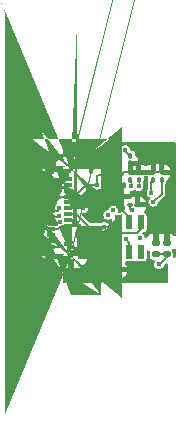
<source format=gbl>
G04 #@! TF.GenerationSoftware,KiCad,Pcbnew,8.0.9-8.0.9-0~ubuntu22.04.1*
G04 #@! TF.CreationDate,2025-06-17T20:00:39-06:00*
G04 #@! TF.ProjectId,dongle,646f6e67-6c65-42e6-9b69-6361645f7063,rev?*
G04 #@! TF.SameCoordinates,Original*
G04 #@! TF.FileFunction,Copper,L4,Bot*
G04 #@! TF.FilePolarity,Positive*
%FSLAX46Y46*%
G04 Gerber Fmt 4.6, Leading zero omitted, Abs format (unit mm)*
G04 Created by KiCad (PCBNEW 8.0.9-8.0.9-0~ubuntu22.04.1) date 2025-06-17 20:00:39*
%MOMM*%
%LPD*%
G01*
G04 APERTURE LIST*
G04 Aperture macros list*
%AMRoundRect*
0 Rectangle with rounded corners*
0 $1 Rounding radius*
0 $2 $3 $4 $5 $6 $7 $8 $9 X,Y pos of 4 corners*
0 Add a 4 corners polygon primitive as box body*
4,1,4,$2,$3,$4,$5,$6,$7,$8,$9,$2,$3,0*
0 Add four circle primitives for the rounded corners*
1,1,$1+$1,$2,$3*
1,1,$1+$1,$4,$5*
1,1,$1+$1,$6,$7*
1,1,$1+$1,$8,$9*
0 Add four rect primitives between the rounded corners*
20,1,$1+$1,$2,$3,$4,$5,0*
20,1,$1+$1,$4,$5,$6,$7,0*
20,1,$1+$1,$6,$7,$8,$9,0*
20,1,$1+$1,$8,$9,$2,$3,0*%
%AMFreePoly0*
4,1,229,0.026192,0.903996,0.026383,0.903985,0.052383,0.901985,0.052573,0.901967,0.078573,0.898967,0.078944,0.898910,0.104944,0.893910,0.105167,0.893862,0.130167,0.887862,0.130300,0.887828,0.156300,0.880828,0.156756,0.880682,0.180756,0.871682,0.180923,0.871615,0.204923,0.861615,0.205083,0.861545,0.229083,0.850545,0.229460,0.850353,0.252460,0.837353,0.252684,0.837218,
0.296684,0.809218,0.297030,0.808977,0.318030,0.792977,0.318238,0.792810,0.338238,0.775810,0.338439,0.775630,0.357439,0.757630,0.357630,0.757439,0.375630,0.738439,0.375810,0.738238,0.392810,0.718238,0.392977,0.718030,0.408977,0.697030,0.409218,0.696684,0.437218,0.652684,0.437353,0.652460,0.450353,0.629460,0.450545,0.629083,0.461545,0.605083,0.461615,0.604923,
0.471615,0.580923,0.471682,0.580756,0.480682,0.556756,0.480828,0.556300,0.487828,0.530300,0.487862,0.530167,0.493862,0.505167,0.493910,0.504944,0.498910,0.478944,0.498967,0.478573,0.501967,0.452573,0.501985,0.452383,0.503985,0.426383,0.503996,0.426192,0.504996,0.400192,0.505000,0.400000,0.505000,-0.400000,0.504996,-0.400192,0.503996,-0.426192,0.503985,-0.426383,
0.501985,-0.452383,0.501967,-0.452573,0.498967,-0.478573,0.498910,-0.478944,0.493910,-0.504944,0.493862,-0.505167,0.487862,-0.530167,0.487828,-0.530300,0.480828,-0.556300,0.480682,-0.556756,0.471682,-0.580756,0.471615,-0.580923,0.461615,-0.604923,0.461545,-0.605083,0.450545,-0.629083,0.450353,-0.629460,0.437353,-0.652460,0.437218,-0.652684,0.409218,-0.696684,0.408977,-0.697030,
0.392977,-0.718030,0.392810,-0.718238,0.375810,-0.738238,0.375630,-0.738439,0.357630,-0.757439,0.357439,-0.757630,0.338439,-0.775630,0.338238,-0.775810,0.318238,-0.792810,0.318030,-0.792977,0.297030,-0.808977,0.296684,-0.809218,0.252684,-0.837218,0.252460,-0.837353,0.229460,-0.850353,0.229083,-0.850545,0.205083,-0.861545,0.204923,-0.861615,0.180923,-0.871615,0.180756,-0.871682,
0.156756,-0.880682,0.156300,-0.880828,0.130300,-0.887828,0.130167,-0.887862,0.105167,-0.893862,0.104944,-0.893910,0.078944,-0.898910,0.078573,-0.898967,0.052573,-0.901967,0.052383,-0.901985,0.026383,-0.903985,0.026192,-0.903996,0.000192,-0.904996,-0.000192,-0.904996,-0.026192,-0.903996,-0.026383,-0.903985,-0.052383,-0.901985,-0.052573,-0.901967,-0.078573,-0.898967,-0.078944,-0.898910,
-0.104944,-0.893910,-0.105167,-0.893862,-0.130167,-0.887862,-0.130300,-0.887828,-0.156300,-0.880828,-0.156756,-0.880682,-0.180756,-0.871682,-0.180923,-0.871615,-0.204923,-0.861615,-0.205083,-0.861545,-0.229083,-0.850545,-0.229460,-0.850353,-0.252460,-0.837353,-0.252684,-0.837218,-0.296684,-0.809218,-0.297030,-0.808977,-0.318030,-0.792977,-0.318238,-0.792810,-0.338238,-0.775810,-0.338439,-0.775630,
-0.357439,-0.757630,-0.357630,-0.757439,-0.375630,-0.738439,-0.375810,-0.738238,-0.392810,-0.718238,-0.392977,-0.718030,-0.408977,-0.697030,-0.409218,-0.696684,-0.437218,-0.652684,-0.437353,-0.652460,-0.450353,-0.629460,-0.450545,-0.629083,-0.461545,-0.605083,-0.461615,-0.604923,-0.471615,-0.580923,-0.471682,-0.580756,-0.480682,-0.556756,-0.480828,-0.556300,-0.487828,-0.530300,-0.487862,-0.530167,
-0.493862,-0.505167,-0.493910,-0.504944,-0.498910,-0.478944,-0.498967,-0.478573,-0.501967,-0.452573,-0.501985,-0.452383,-0.503985,-0.426383,-0.503996,-0.426192,-0.504996,-0.400192,-0.505000,-0.400000,-0.505000,0.400000,-0.504996,0.400192,-0.503996,0.426192,-0.503985,0.426383,-0.501985,0.452383,-0.501967,0.452573,-0.498967,0.478573,-0.498910,0.478944,-0.493910,0.504944,-0.493862,0.505167,
-0.487862,0.530167,-0.487828,0.530300,-0.480828,0.556300,-0.480682,0.556756,-0.471682,0.580756,-0.471615,0.580923,-0.461615,0.604923,-0.461545,0.605083,-0.450545,0.629083,-0.450353,0.629460,-0.437353,0.652460,-0.437218,0.652684,-0.409218,0.696684,-0.408977,0.697030,-0.392977,0.718030,-0.392810,0.718238,-0.375810,0.738238,-0.375630,0.738439,-0.357630,0.757439,-0.357439,0.757630,
-0.338439,0.775630,-0.338238,0.775810,-0.318238,0.792810,-0.318030,0.792977,-0.297030,0.808977,-0.296684,0.809218,-0.252684,0.837218,-0.252460,0.837353,-0.229460,0.850353,-0.229083,0.850545,-0.205083,0.861545,-0.204923,0.861615,-0.180923,0.871615,-0.180756,0.871682,-0.156756,0.880682,-0.156300,0.880828,-0.130300,0.887828,-0.130167,0.887862,-0.105167,0.893862,-0.104944,0.893910,
-0.078944,0.898910,-0.078573,0.898967,-0.052573,0.901967,-0.052383,0.901985,-0.026383,0.903985,-0.026192,0.903996,-0.000192,0.904996,0.000192,0.904996,0.026192,0.903996,0.026192,0.903996,$1*%
G04 Aperture macros list end*
G04 #@! TA.AperFunction,SMDPad,CuDef*
%ADD10R,0.800000X0.300000*%
G04 #@! TD*
G04 #@! TA.AperFunction,ComponentPad*
%ADD11FreePoly0,90.000000*%
G04 #@! TD*
G04 #@! TA.AperFunction,SMDPad,CuDef*
%ADD12RoundRect,0.100000X-0.130000X-0.100000X0.130000X-0.100000X0.130000X0.100000X-0.130000X0.100000X0*%
G04 #@! TD*
G04 #@! TA.AperFunction,SMDPad,CuDef*
%ADD13RoundRect,0.100000X0.100000X-0.130000X0.100000X0.130000X-0.100000X0.130000X-0.100000X-0.130000X0*%
G04 #@! TD*
G04 #@! TA.AperFunction,SMDPad,CuDef*
%ADD14RoundRect,0.140000X-0.140000X-0.170000X0.140000X-0.170000X0.140000X0.170000X-0.140000X0.170000X0*%
G04 #@! TD*
G04 #@! TA.AperFunction,SMDPad,CuDef*
%ADD15RoundRect,0.100000X0.130000X0.100000X-0.130000X0.100000X-0.130000X-0.100000X0.130000X-0.100000X0*%
G04 #@! TD*
G04 #@! TA.AperFunction,SMDPad,CuDef*
%ADD16RoundRect,0.140000X0.170000X-0.140000X0.170000X0.140000X-0.170000X0.140000X-0.170000X-0.140000X0*%
G04 #@! TD*
G04 #@! TA.AperFunction,SMDPad,CuDef*
%ADD17RoundRect,0.073750X-0.221250X0.531250X-0.221250X-0.531250X0.221250X-0.531250X0.221250X0.531250X0*%
G04 #@! TD*
G04 #@! TA.AperFunction,ViaPad*
%ADD18C,0.400000*%
G04 #@! TD*
G04 #@! TA.AperFunction,Conductor*
%ADD19C,0.200000*%
G04 #@! TD*
G04 #@! TA.AperFunction,Conductor*
%ADD20C,0.120000*%
G04 #@! TD*
G04 #@! TA.AperFunction,Conductor*
%ADD21C,0.150000*%
G04 #@! TD*
G04 APERTURE END LIST*
D10*
X142400000Y-91925000D03*
X142400000Y-92425000D03*
X142400000Y-92925000D03*
X142400000Y-93425000D03*
X142400000Y-93925000D03*
X142400000Y-94425000D03*
X142400000Y-94925000D03*
X142400000Y-95425000D03*
X142400000Y-95925000D03*
X142400000Y-96425000D03*
X142400000Y-96925000D03*
X142400000Y-97425000D03*
X140900000Y-97675000D03*
X140900000Y-97175000D03*
X140900000Y-96675000D03*
X140900000Y-96175000D03*
X140900000Y-95675000D03*
X140900000Y-95175000D03*
X140900000Y-94675000D03*
X140900000Y-94175000D03*
X140900000Y-93675000D03*
X140900000Y-93175000D03*
X140900000Y-92675000D03*
X140900000Y-92175000D03*
D11*
X142600000Y-98500000D03*
X142600000Y-91100000D03*
D12*
X146255002Y-93400003D03*
X146894998Y-93399997D03*
X147605002Y-94125003D03*
X148244998Y-94124997D03*
D13*
X150299998Y-92020000D03*
X150300002Y-91380000D03*
X147649998Y-92020000D03*
X147650002Y-91380000D03*
D14*
X145245001Y-89774999D03*
X146204999Y-89775001D03*
D13*
X148349998Y-92020000D03*
X148350002Y-91380000D03*
D15*
X146670000Y-90900000D03*
X146030000Y-90900000D03*
D16*
X150725000Y-98329999D03*
X150725000Y-97370001D03*
D13*
X149599997Y-92020000D03*
X149600003Y-91380000D03*
D15*
X146620000Y-99625000D03*
X145980000Y-99625000D03*
D13*
X147650000Y-90600000D03*
X147650004Y-89960000D03*
D17*
X146624999Y-95605004D03*
X147575004Y-95605001D03*
X148525000Y-95604996D03*
X148525001Y-98114996D03*
X147574996Y-98114999D03*
X146625000Y-98115004D03*
D12*
X146035004Y-91600006D03*
X146675000Y-91600000D03*
D16*
X149800001Y-98329999D03*
X149799999Y-97370001D03*
D18*
X151300000Y-92100000D03*
X145175000Y-99650000D03*
X148800000Y-89475000D03*
X151325000Y-98025000D03*
X146725000Y-92775000D03*
X149450000Y-100175000D03*
X144100000Y-89475000D03*
X141250000Y-99200000D03*
X146925000Y-94525000D03*
X151125000Y-89800000D03*
X148950000Y-91875000D03*
X151350000Y-96025000D03*
X141175000Y-90750000D03*
X142750000Y-99650000D03*
X151325000Y-94050000D03*
X148125000Y-100175000D03*
X150075000Y-89800000D03*
X146200000Y-94600000D03*
X148475000Y-96975000D03*
X145625000Y-100425000D03*
X147750000Y-94600000D03*
X149600000Y-93875000D03*
X150075000Y-99175000D03*
X145825000Y-97550000D03*
X143650000Y-94400000D03*
X146225000Y-97000000D03*
X141650000Y-95050000D03*
X143600000Y-97750000D03*
X145450000Y-96000000D03*
X141650000Y-94400000D03*
X144825000Y-92425000D03*
X147250000Y-97025000D03*
X143325000Y-95925000D03*
X147225000Y-89475000D03*
X147675000Y-92550000D03*
X149425000Y-93100000D03*
X144325000Y-91250000D03*
X145775000Y-94975000D03*
X148350000Y-92550000D03*
X145990000Y-92409998D03*
X143400000Y-93925000D03*
X141650000Y-92800000D03*
X141675000Y-95550000D03*
D19*
X142400000Y-98300000D02*
X142600000Y-98500000D01*
D20*
X146725000Y-92775000D02*
X146894998Y-92944998D01*
D19*
X147650002Y-90600002D02*
X147650000Y-90600000D01*
X147650002Y-91380000D02*
X147650002Y-90600002D01*
D20*
X146894998Y-92944998D02*
X146894998Y-93399997D01*
D19*
X140900000Y-92175000D02*
X141150000Y-91925000D01*
X146904999Y-91600000D02*
X147124999Y-91380000D01*
X142400000Y-91300000D02*
X142600000Y-91100000D01*
X146675000Y-91600000D02*
X146904999Y-91600000D01*
X148350002Y-91380000D02*
X147650002Y-91380000D01*
X150300002Y-91380000D02*
X149600003Y-91380000D01*
X149600003Y-91380000D02*
X148350002Y-91380000D01*
X146925000Y-94525000D02*
X147575004Y-95175004D01*
X142400000Y-91925000D02*
X142400000Y-91300000D01*
X140900000Y-97675000D02*
X141775000Y-97675000D01*
X142400000Y-97425000D02*
X142400000Y-98300000D01*
X147124999Y-91380000D02*
X147650002Y-91380000D01*
X141775000Y-97675000D02*
X142600000Y-98500000D01*
X147575004Y-95175004D02*
X147575004Y-95605001D01*
X141150000Y-91925000D02*
X142400000Y-91925000D01*
X147750000Y-94600000D02*
X147605002Y-94455002D01*
X150299998Y-93175002D02*
X150299998Y-92020000D01*
X149600000Y-93875000D02*
X150299998Y-93175002D01*
X147605002Y-94455002D02*
X147605002Y-94125003D01*
X150725000Y-98506109D02*
X150725000Y-98329999D01*
X150149173Y-99175000D02*
X150536859Y-98787314D01*
X150075000Y-99175000D02*
X150149173Y-99175000D01*
X150725000Y-98329999D02*
X149800001Y-98329999D01*
X150536859Y-98787314D02*
X150582837Y-98715771D01*
X150708253Y-98520620D02*
X150725000Y-98506109D01*
X150582837Y-98715771D02*
X150708253Y-98520620D01*
X145980000Y-97638579D02*
X145870710Y-97529289D01*
X145980000Y-99625000D02*
X145980000Y-97638579D01*
X146625000Y-97500000D02*
X146625000Y-97400000D01*
X142400000Y-94425000D02*
X143625000Y-94425000D01*
D21*
X141494975Y-95175000D02*
X141672488Y-94997487D01*
D19*
X146625000Y-98115004D02*
X146625000Y-97500000D01*
X146625000Y-97400000D02*
X146275000Y-97050000D01*
D21*
X140900000Y-95175000D02*
X141494975Y-95175000D01*
D19*
X143625000Y-94425000D02*
X143650000Y-94400000D01*
X148525000Y-96209996D02*
X148525000Y-95604996D01*
X145763502Y-96038502D02*
X145488502Y-96038502D01*
D21*
X141650000Y-94400000D02*
X141500000Y-94550000D01*
D19*
X145488502Y-96038502D02*
X145450000Y-96000000D01*
X143050000Y-94925000D02*
X144125000Y-96000000D01*
X145763502Y-96038502D02*
X146235004Y-96510004D01*
X148224992Y-96510004D02*
X148525000Y-96209996D01*
X142400000Y-94925000D02*
X143050000Y-94925000D01*
X144125000Y-96000000D02*
X145450000Y-96000000D01*
D21*
X140900000Y-94675000D02*
X141500000Y-94675000D01*
D19*
X146235004Y-96510004D02*
X148224992Y-96510004D01*
D21*
X141500000Y-94550000D02*
X141500000Y-94675000D01*
D19*
X147574996Y-97349996D02*
X147250000Y-97025000D01*
X141750000Y-93425000D02*
X142400000Y-93425000D01*
X143917893Y-92425000D02*
X144825000Y-92425000D01*
X143325000Y-95925000D02*
X142400000Y-95925000D01*
X141750000Y-95925000D02*
X142400000Y-95925000D01*
X142917893Y-93425000D02*
X143917893Y-92425000D01*
X146035004Y-91600006D02*
X146035004Y-90905004D01*
X140900000Y-93675000D02*
X141500000Y-93675000D01*
X141500000Y-96175000D02*
X141750000Y-95925000D01*
X141500000Y-93675000D02*
X141750000Y-93425000D01*
X146035004Y-91600006D02*
X144936494Y-91600006D01*
X142400000Y-93425000D02*
X142917893Y-93425000D01*
X146035004Y-90905004D02*
X146030000Y-90900000D01*
X144936494Y-91600006D02*
X144825000Y-91711500D01*
X147574996Y-98114999D02*
X147574996Y-97349996D01*
X144825000Y-91711500D02*
X144825000Y-92400000D01*
X140900000Y-96175000D02*
X141500000Y-96175000D01*
X147225000Y-89534996D02*
X147650004Y-89960000D01*
X147225000Y-89475000D02*
X147225000Y-89534996D01*
D20*
X147675000Y-92550000D02*
X147675000Y-92045002D01*
X147675000Y-92045002D02*
X147649998Y-92020000D01*
D19*
X149425000Y-92194997D02*
X149599997Y-92020000D01*
X149425000Y-93100000D02*
X149425000Y-92194997D01*
X145580000Y-90400000D02*
X145175000Y-90400000D01*
X145175000Y-90400000D02*
X144325000Y-91250000D01*
X146670000Y-90240002D02*
X146204999Y-89775001D01*
X146670000Y-90900000D02*
X146670000Y-90240002D01*
X145580000Y-90400000D02*
X146204999Y-89775001D01*
D20*
X148350000Y-92020002D02*
X148349998Y-92020000D01*
X148350000Y-92550000D02*
X148350000Y-92020002D01*
D21*
X146350000Y-92769998D02*
X146350000Y-93305005D01*
X145990000Y-92409998D02*
X146350000Y-92769998D01*
D19*
X146000002Y-92420000D02*
X145990000Y-92409998D01*
D21*
X146350000Y-93305005D02*
X146255002Y-93400003D01*
D19*
X142400000Y-93925000D02*
X143375000Y-93925000D01*
D21*
X141675000Y-95550000D02*
X141594670Y-95550000D01*
X141594670Y-95550000D02*
X141469670Y-95675000D01*
X141469670Y-95675000D02*
X140900000Y-95675000D01*
G04 #@! TA.AperFunction,Conductor*
G36*
X143842952Y-96142940D02*
G01*
X143844216Y-96144187D01*
X143940489Y-96240460D01*
X144009012Y-96280022D01*
X144085438Y-96300500D01*
X145133448Y-96300500D01*
X145200487Y-96320185D01*
X145206329Y-96324179D01*
X145211653Y-96328046D01*
X145211655Y-96328047D01*
X145211658Y-96328050D01*
X145324696Y-96385646D01*
X145324697Y-96385646D01*
X145324699Y-96385647D01*
X145449997Y-96405492D01*
X145450000Y-96405492D01*
X145450003Y-96405492D01*
X145575300Y-96385647D01*
X145575302Y-96385646D01*
X145575304Y-96385646D01*
X145575305Y-96385645D01*
X145584583Y-96382631D01*
X145585679Y-96386006D01*
X145636764Y-96376390D01*
X145701516Y-96402638D01*
X145712124Y-96412095D01*
X145891637Y-96591608D01*
X145925122Y-96652931D01*
X145920138Y-96722623D01*
X145900945Y-96752498D01*
X145902686Y-96753763D01*
X145896952Y-96761655D01*
X145896950Y-96761657D01*
X145896950Y-96761658D01*
X145878255Y-96798347D01*
X145839352Y-96874698D01*
X145839352Y-96874699D01*
X145819508Y-96999996D01*
X145819508Y-97000000D01*
X145822572Y-97019349D01*
X145813615Y-97088643D01*
X145768618Y-97142093D01*
X145719497Y-97161217D01*
X145699698Y-97164352D01*
X145624337Y-97202751D01*
X145586658Y-97221950D01*
X145586657Y-97221951D01*
X145586652Y-97221954D01*
X145496954Y-97311652D01*
X145496951Y-97311657D01*
X145496950Y-97311658D01*
X145489940Y-97325416D01*
X145439352Y-97424698D01*
X145439352Y-97424699D01*
X145419508Y-97549996D01*
X145419508Y-97550003D01*
X145439352Y-97675300D01*
X145439352Y-97675301D01*
X145439354Y-97675304D01*
X145496950Y-97788342D01*
X145496952Y-97788344D01*
X145496954Y-97788347D01*
X145586652Y-97878045D01*
X145586655Y-97878047D01*
X145586658Y-97878050D01*
X145611794Y-97890857D01*
X145662590Y-97938831D01*
X145679500Y-98001342D01*
X145679500Y-99219166D01*
X145659815Y-99286205D01*
X145643182Y-99306846D01*
X145597794Y-99352234D01*
X145552415Y-99455006D01*
X145552415Y-99455008D01*
X145549500Y-99480131D01*
X145549500Y-99769856D01*
X145549502Y-99769882D01*
X145552413Y-99794986D01*
X145552414Y-99794990D01*
X145552415Y-99794991D01*
X145584748Y-99868219D01*
X145593819Y-99937495D01*
X145563995Y-100000680D01*
X145508636Y-100035279D01*
X145508980Y-100036337D01*
X145499698Y-100039352D01*
X145437748Y-100070918D01*
X145386658Y-100096950D01*
X145386657Y-100096951D01*
X145386652Y-100096954D01*
X145296954Y-100186652D01*
X145296951Y-100186657D01*
X145239352Y-100299698D01*
X145239352Y-100299699D01*
X145219508Y-100424996D01*
X145219508Y-100425003D01*
X145239352Y-100550300D01*
X145239352Y-100550301D01*
X145261978Y-100594705D01*
X145274874Y-100663374D01*
X145248598Y-100728114D01*
X145191492Y-100768372D01*
X145151493Y-100775000D01*
X142099000Y-100775000D01*
X142031961Y-100755315D01*
X141986206Y-100702511D01*
X141975000Y-100651000D01*
X141975000Y-99850000D01*
X140573692Y-99850000D01*
X140506653Y-99830315D01*
X140460898Y-99777511D01*
X140449692Y-99726309D01*
X140446507Y-98449309D01*
X140466025Y-98382221D01*
X140518714Y-98336334D01*
X140570507Y-98325000D01*
X140750000Y-98325000D01*
X140750000Y-97799000D01*
X140769685Y-97731961D01*
X140822489Y-97686206D01*
X140874000Y-97675000D01*
X140926000Y-97675000D01*
X140993039Y-97694685D01*
X141038794Y-97747489D01*
X141050000Y-97799000D01*
X141050000Y-98325000D01*
X141065000Y-98325000D01*
X141101319Y-98288681D01*
X141103390Y-98290752D01*
X141137489Y-98261206D01*
X141189000Y-98250000D01*
X142150272Y-98250000D01*
X142058386Y-98288060D01*
X141988060Y-98358386D01*
X141950000Y-98450272D01*
X141950000Y-98549728D01*
X141988060Y-98641614D01*
X142058386Y-98711940D01*
X142150272Y-98750000D01*
X141216422Y-98750000D01*
X141217981Y-98756294D01*
X141218093Y-98756735D01*
X141219686Y-98762806D01*
X141226706Y-98788881D01*
X141233603Y-98812239D01*
X141233889Y-98813129D01*
X141241791Y-98835831D01*
X141250795Y-98859838D01*
X141253798Y-98867650D01*
X141253954Y-98868047D01*
X141257613Y-98877073D01*
X141267586Y-98901008D01*
X141270889Y-98908753D01*
X141271055Y-98909136D01*
X141274826Y-98917568D01*
X141285822Y-98941559D01*
X141295150Y-98960823D01*
X141295533Y-98961574D01*
X141305668Y-98980425D01*
X141318666Y-99003421D01*
X141325325Y-99014849D01*
X141325635Y-99015367D01*
X141332526Y-99026512D01*
X141360507Y-99070481D01*
X141372644Y-99088671D01*
X141373148Y-99089394D01*
X141385346Y-99106102D01*
X141401359Y-99127120D01*
X141409716Y-99137788D01*
X141410067Y-99138224D01*
X141418593Y-99148527D01*
X141435617Y-99168556D01*
X141444106Y-99178287D01*
X141444503Y-99178731D01*
X141454105Y-99189156D01*
X141472139Y-99208193D01*
X141481683Y-99217998D01*
X141482001Y-99218316D01*
X141491806Y-99227860D01*
X141510843Y-99245894D01*
X141521268Y-99255496D01*
X141521712Y-99255893D01*
X141531443Y-99264382D01*
X141551472Y-99281406D01*
X141561775Y-99289932D01*
X141562211Y-99290283D01*
X141572879Y-99298640D01*
X141593897Y-99314653D01*
X141610605Y-99326851D01*
X141611328Y-99327355D01*
X141629518Y-99339492D01*
X141673487Y-99367473D01*
X141684632Y-99374364D01*
X141685150Y-99374674D01*
X141696578Y-99381333D01*
X141719574Y-99394331D01*
X141738425Y-99404466D01*
X141739176Y-99404849D01*
X141758440Y-99414177D01*
X141782431Y-99425173D01*
X141790863Y-99428944D01*
X141791246Y-99429110D01*
X141798991Y-99432413D01*
X141822926Y-99442386D01*
X141831952Y-99446045D01*
X141832349Y-99446201D01*
X141840161Y-99449204D01*
X141864168Y-99458208D01*
X141886870Y-99466110D01*
X141887760Y-99466396D01*
X141911118Y-99473293D01*
X141937193Y-99480313D01*
X141943210Y-99481892D01*
X141943644Y-99482003D01*
X141950817Y-99483781D01*
X141975797Y-99489775D01*
X141987465Y-99492431D01*
X141987804Y-99492504D01*
X141998790Y-99494741D01*
X142024747Y-99499734D01*
X142043405Y-99502959D01*
X142044156Y-99503075D01*
X142062956Y-99505604D01*
X142089017Y-99508611D01*
X142097778Y-99509544D01*
X142098196Y-99509584D01*
X142108462Y-99510481D01*
X142134541Y-99512486D01*
X142144223Y-99513137D01*
X142144665Y-99513162D01*
X142154263Y-99513622D01*
X142180216Y-99514621D01*
X142190368Y-99514908D01*
X142190800Y-99514916D01*
X142200012Y-99515000D01*
X142350000Y-99515000D01*
X142350000Y-98750000D01*
X142850000Y-98750000D01*
X142850000Y-99515000D01*
X142999988Y-99515000D01*
X143009199Y-99514916D01*
X143009631Y-99514908D01*
X143019783Y-99514621D01*
X143045736Y-99513622D01*
X143055334Y-99513162D01*
X143055776Y-99513137D01*
X143065458Y-99512486D01*
X143091537Y-99510481D01*
X143101803Y-99509584D01*
X143102221Y-99509544D01*
X143110982Y-99508611D01*
X143137043Y-99505604D01*
X143155843Y-99503075D01*
X143156594Y-99502959D01*
X143175252Y-99499734D01*
X143201209Y-99494741D01*
X143212195Y-99492504D01*
X143212534Y-99492431D01*
X143224202Y-99489775D01*
X143249182Y-99483781D01*
X143256355Y-99482003D01*
X143256789Y-99481892D01*
X143262806Y-99480313D01*
X143288881Y-99473293D01*
X143312239Y-99466396D01*
X143313129Y-99466110D01*
X143335831Y-99458208D01*
X143359838Y-99449204D01*
X143367650Y-99446201D01*
X143368047Y-99446045D01*
X143377073Y-99442386D01*
X143401008Y-99432413D01*
X143408753Y-99429110D01*
X143409136Y-99428944D01*
X143417568Y-99425173D01*
X143441559Y-99414177D01*
X143460823Y-99404849D01*
X143461574Y-99404466D01*
X143480425Y-99394331D01*
X143503421Y-99381333D01*
X143514849Y-99374674D01*
X143515367Y-99374364D01*
X143526512Y-99367473D01*
X143570481Y-99339492D01*
X143588671Y-99327355D01*
X143589394Y-99326851D01*
X143606102Y-99314653D01*
X143627120Y-99298640D01*
X143637788Y-99290283D01*
X143638224Y-99289932D01*
X143648527Y-99281406D01*
X143668556Y-99264382D01*
X143678287Y-99255893D01*
X143678731Y-99255496D01*
X143689156Y-99245894D01*
X143708193Y-99227860D01*
X143717998Y-99218316D01*
X143718316Y-99217998D01*
X143727860Y-99208193D01*
X143745894Y-99189156D01*
X143755496Y-99178731D01*
X143755893Y-99178287D01*
X143764382Y-99168556D01*
X143781406Y-99148527D01*
X143789932Y-99138224D01*
X143790283Y-99137788D01*
X143798640Y-99127120D01*
X143814653Y-99106102D01*
X143826851Y-99089394D01*
X143827355Y-99088671D01*
X143839492Y-99070481D01*
X143867473Y-99026512D01*
X143874364Y-99015367D01*
X143874674Y-99014849D01*
X143881333Y-99003421D01*
X143894331Y-98980425D01*
X143904466Y-98961574D01*
X143904849Y-98960823D01*
X143914177Y-98941559D01*
X143925173Y-98917568D01*
X143928944Y-98909136D01*
X143929110Y-98908753D01*
X143932413Y-98901008D01*
X143942386Y-98877073D01*
X143946045Y-98868047D01*
X143946201Y-98867650D01*
X143949204Y-98859838D01*
X143958208Y-98835831D01*
X143966110Y-98813129D01*
X143966396Y-98812239D01*
X143973293Y-98788881D01*
X143980313Y-98762806D01*
X143981906Y-98756735D01*
X143982019Y-98756294D01*
X143983578Y-98750000D01*
X143049728Y-98750000D01*
X143141614Y-98711940D01*
X143211940Y-98641614D01*
X143250000Y-98549728D01*
X143250000Y-98450272D01*
X143211940Y-98358386D01*
X143141614Y-98288060D01*
X143049728Y-98250000D01*
X143983578Y-98250000D01*
X143983578Y-98249999D01*
X143982009Y-98243668D01*
X143981906Y-98243264D01*
X143980313Y-98237193D01*
X143973293Y-98211118D01*
X143966396Y-98187760D01*
X143966110Y-98186870D01*
X143958208Y-98164168D01*
X143949204Y-98140161D01*
X143946201Y-98132349D01*
X143946045Y-98131952D01*
X143942386Y-98122926D01*
X143932413Y-98098991D01*
X143929110Y-98091246D01*
X143928953Y-98090885D01*
X143928319Y-98089467D01*
X143918901Y-98020235D01*
X143931015Y-97982522D01*
X143985646Y-97875304D01*
X143985647Y-97875300D01*
X144005492Y-97750003D01*
X144005492Y-97749996D01*
X143985647Y-97624699D01*
X143985647Y-97624698D01*
X143951017Y-97556734D01*
X143928050Y-97511658D01*
X143928046Y-97511654D01*
X143928045Y-97511652D01*
X143838347Y-97421954D01*
X143838344Y-97421952D01*
X143838342Y-97421950D01*
X143725304Y-97364354D01*
X143725303Y-97364353D01*
X143725300Y-97364352D01*
X143600003Y-97344508D01*
X143599997Y-97344508D01*
X143474699Y-97364352D01*
X143465417Y-97367369D01*
X143464476Y-97364473D01*
X143411610Y-97374395D01*
X143346873Y-97348111D01*
X143306623Y-97290999D01*
X143300000Y-97251016D01*
X143300000Y-97227172D01*
X143299999Y-97227155D01*
X143293598Y-97167627D01*
X143293596Y-97167620D01*
X143243354Y-97032913D01*
X143243350Y-97032906D01*
X143157190Y-96917812D01*
X143049048Y-96836856D01*
X143007178Y-96780922D01*
X143002587Y-96761048D01*
X143001689Y-96761227D01*
X142989349Y-96699192D01*
X142989349Y-96650808D01*
X143000500Y-96594750D01*
X143000500Y-96411500D01*
X143020185Y-96344461D01*
X143072989Y-96298706D01*
X143142147Y-96288762D01*
X143180792Y-96301014D01*
X143199696Y-96310646D01*
X143199697Y-96310646D01*
X143199699Y-96310647D01*
X143324997Y-96330492D01*
X143325000Y-96330492D01*
X143325003Y-96330492D01*
X143450300Y-96310647D01*
X143450301Y-96310647D01*
X143450302Y-96310646D01*
X143450304Y-96310646D01*
X143563342Y-96253050D01*
X143653050Y-96163342D01*
X143653051Y-96163339D01*
X143656214Y-96158987D01*
X143711542Y-96116319D01*
X143781155Y-96110337D01*
X143842952Y-96142940D01*
G37*
G04 #@! TD.AperFunction*
G04 #@! TA.AperFunction,Conductor*
G36*
X149225704Y-98011250D02*
G01*
X149232182Y-98017282D01*
X149234615Y-98019715D01*
X149240784Y-98024500D01*
X149239266Y-98026456D01*
X149278631Y-98068612D01*
X149291138Y-98137353D01*
X149290769Y-98140458D01*
X149289501Y-98150094D01*
X149289501Y-98509893D01*
X149289502Y-98509899D01*
X149296029Y-98559486D01*
X149346777Y-98668315D01*
X149431685Y-98753223D01*
X149540514Y-98803971D01*
X149590100Y-98810499D01*
X149608879Y-98810498D01*
X149675916Y-98830180D01*
X149721673Y-98882982D01*
X149731620Y-98952140D01*
X149719366Y-98990792D01*
X149689354Y-99049695D01*
X149689352Y-99049699D01*
X149669508Y-99174996D01*
X149669508Y-99175003D01*
X149689352Y-99300300D01*
X149689352Y-99300301D01*
X149689354Y-99300304D01*
X149746950Y-99413342D01*
X149746952Y-99413344D01*
X149746954Y-99413347D01*
X149836652Y-99503045D01*
X149836654Y-99503046D01*
X149836658Y-99503050D01*
X149949696Y-99560646D01*
X149949697Y-99560646D01*
X149949699Y-99560647D01*
X150074997Y-99580492D01*
X150075000Y-99580492D01*
X150075003Y-99580492D01*
X150200300Y-99560647D01*
X150200301Y-99560647D01*
X150200302Y-99560646D01*
X150200304Y-99560646D01*
X150313342Y-99503050D01*
X150403050Y-99413342D01*
X150460646Y-99300304D01*
X150460646Y-99300300D01*
X150463995Y-99293729D01*
X150486796Y-99262346D01*
X150663319Y-99085824D01*
X150724642Y-99052339D01*
X150794334Y-99057323D01*
X150850267Y-99099195D01*
X150874684Y-99164659D01*
X150875000Y-99173505D01*
X150875000Y-100651000D01*
X150855315Y-100718039D01*
X150802511Y-100763794D01*
X150751000Y-100775000D01*
X146098507Y-100775000D01*
X146031468Y-100755315D01*
X145985713Y-100702511D01*
X145975769Y-100633353D01*
X145988022Y-100594705D01*
X146010646Y-100550304D01*
X146010646Y-100550302D01*
X146010647Y-100550301D01*
X146010647Y-100550300D01*
X146030492Y-100425003D01*
X146030492Y-100424998D01*
X146024296Y-100385879D01*
X146033250Y-100316586D01*
X146078246Y-100263134D01*
X146144998Y-100242494D01*
X146194221Y-100251920D01*
X146333365Y-100309554D01*
X146333369Y-100309555D01*
X146420000Y-100320961D01*
X146420000Y-100320959D01*
X146820000Y-100320959D01*
X146820001Y-100320960D01*
X146906627Y-100309557D01*
X146906633Y-100309555D01*
X147052585Y-100249100D01*
X147177924Y-100152924D01*
X147274100Y-100027586D01*
X147334555Y-99881631D01*
X147342012Y-99825000D01*
X146820000Y-99825000D01*
X146820000Y-100320959D01*
X146420000Y-100320959D01*
X146420000Y-99749000D01*
X146439685Y-99681961D01*
X146492489Y-99636206D01*
X146544000Y-99625000D01*
X146620000Y-99625000D01*
X146620000Y-99549000D01*
X146639685Y-99481961D01*
X146692489Y-99436206D01*
X146744000Y-99425000D01*
X147342010Y-99425000D01*
X147342011Y-99424998D01*
X147334557Y-99368372D01*
X147334555Y-99368366D01*
X147274100Y-99222412D01*
X147274098Y-99222409D01*
X147191787Y-99115141D01*
X147166592Y-99049972D01*
X147180630Y-98981527D01*
X147229444Y-98931537D01*
X147297535Y-98915873D01*
X147314353Y-98918037D01*
X147326729Y-98920498D01*
X147326732Y-98920499D01*
X147326734Y-98920499D01*
X147823260Y-98920499D01*
X147823261Y-98920498D01*
X147903253Y-98904587D01*
X147981110Y-98852563D01*
X148047787Y-98831686D01*
X148115168Y-98850170D01*
X148118871Y-98852550D01*
X148164415Y-98882982D01*
X148196744Y-98904584D01*
X148196748Y-98904585D01*
X148276734Y-98920495D01*
X148276737Y-98920496D01*
X148276739Y-98920496D01*
X148773265Y-98920496D01*
X148773266Y-98920495D01*
X148853258Y-98904584D01*
X148943974Y-98843969D01*
X149004589Y-98753253D01*
X149020501Y-98673258D01*
X149020501Y-98104963D01*
X149040186Y-98037924D01*
X149092990Y-97992169D01*
X149162148Y-97982225D01*
X149225704Y-98011250D01*
G37*
G04 #@! TD.AperFunction*
G04 #@! TA.AperFunction,Conductor*
G36*
X151444334Y-97968279D02*
G01*
X151500267Y-98010151D01*
X151524684Y-98075615D01*
X151525000Y-98084461D01*
X151525000Y-98482923D01*
X151505315Y-98549962D01*
X151468858Y-98586708D01*
X151427357Y-98613843D01*
X151360475Y-98634054D01*
X151293283Y-98614898D01*
X151247114Y-98562456D01*
X151235499Y-98510058D01*
X151235499Y-98509907D01*
X151235500Y-98509900D01*
X151235499Y-98150099D01*
X151234231Y-98140469D01*
X151244993Y-98071436D01*
X151285349Y-98025962D01*
X151284215Y-98024500D01*
X151290383Y-98019715D01*
X151313319Y-97996780D01*
X151374642Y-97963295D01*
X151444334Y-97968279D01*
G37*
G04 #@! TD.AperFunction*
G04 #@! TA.AperFunction,Conductor*
G36*
X151401325Y-88824676D02*
G01*
X151468312Y-88844536D01*
X151513929Y-88897460D01*
X151525000Y-88948676D01*
X151525000Y-96655541D01*
X151505315Y-96722580D01*
X151452511Y-96768335D01*
X151383353Y-96778279D01*
X151319797Y-96749254D01*
X151313319Y-96743222D01*
X151290383Y-96720286D01*
X151290374Y-96720279D01*
X151151195Y-96637969D01*
X151151190Y-96637967D01*
X150995918Y-96592856D01*
X150995912Y-96592855D01*
X150975000Y-96591210D01*
X150975000Y-97246001D01*
X150955315Y-97313040D01*
X150902511Y-97358795D01*
X150851000Y-97370001D01*
X150599000Y-97370001D01*
X150531961Y-97350316D01*
X150486206Y-97297512D01*
X150475000Y-97246001D01*
X150475000Y-96591211D01*
X150474999Y-96591210D01*
X150454087Y-96592855D01*
X150297093Y-96638466D01*
X150227905Y-96638466D01*
X150070911Y-96592855D01*
X150049999Y-96591210D01*
X150049999Y-97246001D01*
X150030314Y-97313040D01*
X149977510Y-97358795D01*
X149925999Y-97370001D01*
X149673999Y-97370001D01*
X149606960Y-97350316D01*
X149561205Y-97297512D01*
X149549999Y-97246001D01*
X149549999Y-96591211D01*
X149549998Y-96591210D01*
X149529086Y-96592855D01*
X149529080Y-96592856D01*
X149373808Y-96637967D01*
X149373803Y-96637969D01*
X149234624Y-96720279D01*
X149234615Y-96720286D01*
X149120284Y-96834617D01*
X149120280Y-96834623D01*
X149088934Y-96887626D01*
X149037864Y-96935309D01*
X148969122Y-96947812D01*
X148904533Y-96921166D01*
X148864603Y-96863830D01*
X148862667Y-96855916D01*
X148860647Y-96849698D01*
X148858125Y-96844748D01*
X148803050Y-96736658D01*
X148803046Y-96736654D01*
X148803045Y-96736652D01*
X148706442Y-96640049D01*
X148707689Y-96638801D01*
X148672110Y-96592669D01*
X148666125Y-96523056D01*
X148698725Y-96461258D01*
X148699854Y-96460112D01*
X148716967Y-96442999D01*
X148778283Y-96409517D01*
X148780328Y-96409090D01*
X148853257Y-96394584D01*
X148943973Y-96333969D01*
X149004588Y-96243253D01*
X149020500Y-96163258D01*
X149020500Y-95046734D01*
X149020500Y-95046731D01*
X149020499Y-95046729D01*
X149004589Y-94966743D01*
X149004588Y-94966742D01*
X149004588Y-94966739D01*
X148950745Y-94886158D01*
X148943972Y-94876021D01*
X148847642Y-94811656D01*
X148802836Y-94758044D01*
X148794129Y-94688719D01*
X148818157Y-94633067D01*
X148899096Y-94527586D01*
X148899097Y-94527584D01*
X148959553Y-94381628D01*
X148967010Y-94324997D01*
X148368998Y-94324997D01*
X148301959Y-94305312D01*
X148256204Y-94252508D01*
X148244998Y-94200997D01*
X148244998Y-94124997D01*
X148168998Y-94124997D01*
X148101959Y-94105312D01*
X148056204Y-94052508D01*
X148044998Y-94000997D01*
X148044998Y-93924997D01*
X148444998Y-93924997D01*
X148967008Y-93924997D01*
X148982547Y-93907278D01*
X148981721Y-93906730D01*
X148962023Y-93874326D01*
X148899098Y-93722410D01*
X148802922Y-93597072D01*
X148677584Y-93500896D01*
X148531629Y-93440441D01*
X148444998Y-93429035D01*
X148444998Y-93924997D01*
X148044998Y-93924997D01*
X148044998Y-93429035D01*
X147958367Y-93440441D01*
X147958363Y-93440442D01*
X147812411Y-93500896D01*
X147734513Y-93560670D01*
X147714647Y-93582263D01*
X147650744Y-93599997D01*
X147094998Y-93599997D01*
X147094998Y-94095956D01*
X147132261Y-94128636D01*
X147169685Y-94187638D01*
X147174502Y-94221862D01*
X147174502Y-94269859D01*
X147174504Y-94269884D01*
X147177415Y-94294990D01*
X147177417Y-94294994D01*
X147212303Y-94374004D01*
X147221374Y-94443280D01*
X147191550Y-94506465D01*
X147146321Y-94538649D01*
X147064405Y-94572580D01*
X146944551Y-94664548D01*
X146878221Y-94750991D01*
X146821793Y-94792193D01*
X146779845Y-94799504D01*
X146719079Y-94799504D01*
X146652040Y-94779819D01*
X146606285Y-94727015D01*
X146596341Y-94657857D01*
X146596606Y-94656106D01*
X146605492Y-94600002D01*
X146605492Y-94599996D01*
X146585647Y-94474699D01*
X146585647Y-94474698D01*
X146571416Y-94446769D01*
X146528050Y-94361658D01*
X146528046Y-94361654D01*
X146528045Y-94361652D01*
X146439013Y-94272620D01*
X146405528Y-94211297D01*
X146406640Y-94195746D01*
X146372581Y-94213821D01*
X146328270Y-94214823D01*
X146200003Y-94194508D01*
X146199997Y-94194508D01*
X146074699Y-94214352D01*
X146074698Y-94214352D01*
X145999815Y-94252508D01*
X145961658Y-94271950D01*
X145961657Y-94271951D01*
X145961652Y-94271954D01*
X145871954Y-94361652D01*
X145871951Y-94361657D01*
X145871950Y-94361658D01*
X145843152Y-94418177D01*
X145814353Y-94474697D01*
X145814056Y-94476575D01*
X145813061Y-94478671D01*
X145811337Y-94483980D01*
X145810650Y-94483757D01*
X145784124Y-94539708D01*
X145724812Y-94576638D01*
X145710982Y-94579646D01*
X145649698Y-94589352D01*
X145574337Y-94627751D01*
X145536658Y-94646950D01*
X145536657Y-94646951D01*
X145536652Y-94646954D01*
X145446954Y-94736652D01*
X145446951Y-94736657D01*
X145389352Y-94849698D01*
X145389352Y-94849699D01*
X145369508Y-94974996D01*
X145369508Y-94975003D01*
X145389352Y-95100300D01*
X145389352Y-95100301D01*
X145389354Y-95100304D01*
X145446950Y-95213342D01*
X145446952Y-95213344D01*
X145446954Y-95213347D01*
X145536652Y-95303045D01*
X145536654Y-95303046D01*
X145536658Y-95303050D01*
X145649696Y-95360646D01*
X145649697Y-95360646D01*
X145649699Y-95360647D01*
X145774997Y-95380492D01*
X145775000Y-95380492D01*
X145775003Y-95380492D01*
X145900300Y-95360647D01*
X145900302Y-95360646D01*
X145900304Y-95360646D01*
X145949204Y-95335729D01*
X146017872Y-95322833D01*
X146082613Y-95349108D01*
X146122870Y-95406214D01*
X146129499Y-95446214D01*
X146129499Y-95688048D01*
X146109814Y-95755087D01*
X146057010Y-95800842D01*
X145987852Y-95810786D01*
X145943503Y-95795437D01*
X145922928Y-95783559D01*
X145922926Y-95783558D01*
X145922924Y-95783557D01*
X145901207Y-95771019D01*
X145879492Y-95758481D01*
X145803061Y-95738001D01*
X145795005Y-95736941D01*
X145795270Y-95734923D01*
X145738717Y-95718317D01*
X145718074Y-95701682D01*
X145688346Y-95671953D01*
X145688344Y-95671952D01*
X145688342Y-95671950D01*
X145575304Y-95614354D01*
X145575303Y-95614353D01*
X145575300Y-95614352D01*
X145450003Y-95594508D01*
X145449997Y-95594508D01*
X145324699Y-95614352D01*
X145324698Y-95614352D01*
X145247330Y-95653773D01*
X145211658Y-95671950D01*
X145211657Y-95671950D01*
X145211653Y-95671953D01*
X145206329Y-95675821D01*
X145140522Y-95699298D01*
X145133448Y-95699500D01*
X144300833Y-95699500D01*
X144233794Y-95679815D01*
X144213152Y-95663181D01*
X143567144Y-95017173D01*
X143533659Y-94955850D01*
X143538643Y-94886158D01*
X143580515Y-94830225D01*
X143640494Y-94807853D01*
X143640362Y-94807019D01*
X143644481Y-94806366D01*
X143645979Y-94805808D01*
X143648599Y-94805714D01*
X143775300Y-94785647D01*
X143775301Y-94785647D01*
X143775302Y-94785646D01*
X143775304Y-94785646D01*
X143888342Y-94728050D01*
X143978050Y-94638342D01*
X144035646Y-94525304D01*
X144035646Y-94525302D01*
X144035647Y-94525301D01*
X144035647Y-94525300D01*
X144055492Y-94400003D01*
X144055492Y-94399996D01*
X144035647Y-94274699D01*
X144035647Y-94274698D01*
X144033181Y-94269859D01*
X143978050Y-94161658D01*
X143978046Y-94161654D01*
X143978045Y-94161652D01*
X143888343Y-94071950D01*
X143870414Y-94062815D01*
X143819617Y-94014841D01*
X143802822Y-93947020D01*
X143804234Y-93932938D01*
X143805492Y-93925000D01*
X143805492Y-93924997D01*
X143805492Y-93924996D01*
X143785647Y-93799699D01*
X143785647Y-93799698D01*
X143771940Y-93772797D01*
X143728050Y-93686658D01*
X143728046Y-93686654D01*
X143728045Y-93686652D01*
X143638347Y-93596954D01*
X143638344Y-93596952D01*
X143638342Y-93596950D01*
X143540212Y-93546950D01*
X143525301Y-93539352D01*
X143509455Y-93536843D01*
X143446320Y-93506913D01*
X143409390Y-93447601D01*
X143410388Y-93377739D01*
X143441171Y-93326692D01*
X144006045Y-92761819D01*
X144067368Y-92728334D01*
X144093726Y-92725500D01*
X144508448Y-92725500D01*
X144575487Y-92745185D01*
X144581329Y-92749179D01*
X144586653Y-92753046D01*
X144586655Y-92753047D01*
X144586658Y-92753050D01*
X144699696Y-92810646D01*
X144699697Y-92810646D01*
X144699699Y-92810647D01*
X144824997Y-92830492D01*
X144825000Y-92830492D01*
X144825003Y-92830492D01*
X144950300Y-92810647D01*
X144950301Y-92810647D01*
X144950302Y-92810646D01*
X144950304Y-92810646D01*
X145063342Y-92753050D01*
X145153050Y-92663342D01*
X145210646Y-92550304D01*
X145210646Y-92550302D01*
X145210647Y-92550301D01*
X145210647Y-92550300D01*
X145230492Y-92425003D01*
X145230492Y-92424996D01*
X145210647Y-92299699D01*
X145210647Y-92299698D01*
X145204849Y-92288319D01*
X145153050Y-92186658D01*
X145153047Y-92186655D01*
X145153046Y-92186653D01*
X145149179Y-92181329D01*
X145125702Y-92115522D01*
X145125500Y-92108448D01*
X145125500Y-92024506D01*
X145145185Y-91957467D01*
X145197989Y-91911712D01*
X145249500Y-91900506D01*
X145629171Y-91900506D01*
X145696210Y-91920191D01*
X145716852Y-91936825D01*
X145719135Y-91939108D01*
X145752620Y-92000431D01*
X145747636Y-92070123D01*
X145719135Y-92114470D01*
X145661954Y-92171650D01*
X145661951Y-92171655D01*
X145661950Y-92171656D01*
X145650123Y-92194868D01*
X145604352Y-92284696D01*
X145604352Y-92284697D01*
X145584508Y-92409994D01*
X145584508Y-92410001D01*
X145604352Y-92535298D01*
X145604352Y-92535299D01*
X145611996Y-92550300D01*
X145661950Y-92648340D01*
X145661952Y-92648342D01*
X145661954Y-92648345D01*
X145751652Y-92738043D01*
X145751654Y-92738044D01*
X145751658Y-92738048D01*
X145864696Y-92795644D01*
X145933619Y-92806560D01*
X145996752Y-92836488D01*
X146033684Y-92895799D01*
X146032687Y-92965662D01*
X145994077Y-93023895D01*
X145964310Y-93042466D01*
X145952236Y-93047797D01*
X145872796Y-93127237D01*
X145827417Y-93230009D01*
X145827417Y-93230011D01*
X145824502Y-93255134D01*
X145824502Y-93544859D01*
X145824504Y-93544885D01*
X145827415Y-93569990D01*
X145827417Y-93569994D01*
X145872795Y-93672767D01*
X145872796Y-93672768D01*
X145952237Y-93752209D01*
X146055011Y-93797588D01*
X146080137Y-93800503D01*
X146178151Y-93800502D01*
X146245188Y-93820186D01*
X146276525Y-93849015D01*
X146337072Y-93927921D01*
X146337073Y-93927922D01*
X146423154Y-93993975D01*
X146464356Y-94050403D01*
X146466151Y-94080537D01*
X146517848Y-94061255D01*
X146574147Y-94070378D01*
X146608367Y-94084552D01*
X146694998Y-94095958D01*
X146694998Y-92704036D01*
X146685406Y-92695624D01*
X146650005Y-92690103D01*
X146597750Y-92643721D01*
X146588297Y-92625384D01*
X146583557Y-92613940D01*
X146506058Y-92536441D01*
X146457042Y-92487425D01*
X146423557Y-92426102D01*
X146428541Y-92356410D01*
X146462965Y-92306515D01*
X146475000Y-92295960D01*
X146475000Y-91724000D01*
X146494685Y-91656961D01*
X146547489Y-91611206D01*
X146599000Y-91600000D01*
X146751000Y-91600000D01*
X146818039Y-91619685D01*
X146863794Y-91672489D01*
X146875000Y-91724000D01*
X146875000Y-92295959D01*
X146875001Y-92295960D01*
X146961627Y-92284557D01*
X146961633Y-92284555D01*
X147115098Y-92220989D01*
X147115934Y-92223008D01*
X147172692Y-92209234D01*
X147238721Y-92232080D01*
X147280237Y-92283007D01*
X147294191Y-92314609D01*
X147303263Y-92383887D01*
X147291244Y-92420986D01*
X147289353Y-92424697D01*
X147289352Y-92424698D01*
X147269508Y-92549996D01*
X147269508Y-92549997D01*
X147269508Y-92550000D01*
X147272164Y-92566768D01*
X147263208Y-92636062D01*
X147218211Y-92689513D01*
X147151459Y-92710152D01*
X147133505Y-92709104D01*
X147094998Y-92704034D01*
X147094998Y-93199997D01*
X147617008Y-93199997D01*
X147617009Y-93199995D01*
X147609555Y-93143369D01*
X147609554Y-93143366D01*
X147600748Y-93122106D01*
X147593279Y-93052637D01*
X147624554Y-92990157D01*
X147684643Y-92954505D01*
X147695893Y-92952182D01*
X147800304Y-92935646D01*
X147913342Y-92878050D01*
X147924818Y-92866573D01*
X147986139Y-92833089D01*
X148055830Y-92838071D01*
X148100181Y-92866573D01*
X148111658Y-92878050D01*
X148224696Y-92935646D01*
X148224697Y-92935646D01*
X148224699Y-92935647D01*
X148349997Y-92955492D01*
X148350000Y-92955492D01*
X148350003Y-92955492D01*
X148475300Y-92935647D01*
X148475301Y-92935647D01*
X148475302Y-92935646D01*
X148475304Y-92935646D01*
X148588342Y-92878050D01*
X148678050Y-92788342D01*
X148735646Y-92675304D01*
X148735646Y-92675302D01*
X148735647Y-92675301D01*
X148735647Y-92675300D01*
X148755492Y-92550003D01*
X148755492Y-92549996D01*
X148735647Y-92424700D01*
X148735646Y-92424698D01*
X148735646Y-92424696D01*
X148720361Y-92394698D01*
X148707466Y-92326031D01*
X148717413Y-92288319D01*
X148719013Y-92284697D01*
X148747583Y-92219991D01*
X148750498Y-92194865D01*
X148750497Y-92096853D01*
X148770181Y-92029817D01*
X148799011Y-91998479D01*
X148877928Y-91937923D01*
X148883674Y-91932178D01*
X148885002Y-91933506D01*
X148933041Y-91898421D01*
X149002786Y-91894258D01*
X149063710Y-91928463D01*
X149070822Y-91936669D01*
X149072076Y-91937923D01*
X149098169Y-91957945D01*
X149139372Y-92014373D01*
X149143527Y-92084119D01*
X149142458Y-92088414D01*
X149124500Y-92155434D01*
X149124500Y-92783448D01*
X149104815Y-92850487D01*
X149100821Y-92856329D01*
X149096953Y-92861653D01*
X149096950Y-92861657D01*
X149096950Y-92861658D01*
X149088598Y-92878050D01*
X149039352Y-92974698D01*
X149039352Y-92974699D01*
X149019508Y-93099996D01*
X149019508Y-93100003D01*
X149039352Y-93225300D01*
X149039352Y-93225301D01*
X149051697Y-93249529D01*
X149096950Y-93338342D01*
X149096952Y-93338344D01*
X149096954Y-93338347D01*
X149186652Y-93428045D01*
X149186656Y-93428048D01*
X149186658Y-93428050D01*
X149230161Y-93450216D01*
X149280955Y-93498188D01*
X149297750Y-93566009D01*
X149275213Y-93632144D01*
X149274188Y-93633576D01*
X149271954Y-93636651D01*
X149214352Y-93749698D01*
X149199057Y-93846272D01*
X149175876Y-93895171D01*
X149179497Y-93897529D01*
X149207776Y-93958776D01*
X149214352Y-94000300D01*
X149214352Y-94000301D01*
X149214354Y-94000304D01*
X149271950Y-94113342D01*
X149271952Y-94113344D01*
X149271954Y-94113347D01*
X149361652Y-94203045D01*
X149361654Y-94203046D01*
X149361658Y-94203050D01*
X149474696Y-94260646D01*
X149474697Y-94260646D01*
X149474699Y-94260647D01*
X149599997Y-94280492D01*
X149600000Y-94280492D01*
X149600003Y-94280492D01*
X149725300Y-94260647D01*
X149725301Y-94260647D01*
X149725302Y-94260646D01*
X149725304Y-94260646D01*
X149838342Y-94203050D01*
X149928050Y-94113342D01*
X149985646Y-94000304D01*
X149995523Y-93937936D01*
X150025450Y-93874804D01*
X150030297Y-93869673D01*
X150540458Y-93359513D01*
X150580020Y-93290990D01*
X150600498Y-93214564D01*
X150600498Y-93135440D01*
X150600498Y-92425833D01*
X150620183Y-92358794D01*
X150636817Y-92338152D01*
X150639953Y-92335016D01*
X150652204Y-92322765D01*
X150697583Y-92219991D01*
X150700498Y-92194865D01*
X150700497Y-92096853D01*
X150720181Y-92029817D01*
X150749011Y-91998479D01*
X150827925Y-91937926D01*
X150924102Y-91812586D01*
X150984556Y-91666634D01*
X150984557Y-91666630D01*
X150995963Y-91580000D01*
X150424002Y-91580000D01*
X150356963Y-91560315D01*
X150311208Y-91507511D01*
X150300002Y-91456000D01*
X150300002Y-91380000D01*
X150224002Y-91380000D01*
X150156963Y-91360315D01*
X150111208Y-91307511D01*
X150100002Y-91256000D01*
X150100002Y-91180000D01*
X150500002Y-91180000D01*
X150995961Y-91180000D01*
X150995962Y-91179998D01*
X150984559Y-91093372D01*
X150984557Y-91093366D01*
X150924102Y-90947414D01*
X150827926Y-90822075D01*
X150702588Y-90725899D01*
X150556633Y-90665444D01*
X150500002Y-90657987D01*
X150500002Y-91180000D01*
X150100002Y-91180000D01*
X150100002Y-90657988D01*
X150043367Y-90665444D01*
X150043365Y-90665445D01*
X149997451Y-90684462D01*
X149927982Y-90691929D01*
X149902552Y-90684462D01*
X149856636Y-90665444D01*
X149856637Y-90665444D01*
X149800003Y-90657988D01*
X149800003Y-91256000D01*
X149780318Y-91323039D01*
X149727514Y-91368794D01*
X149676003Y-91380000D01*
X149600003Y-91380000D01*
X149600003Y-91456000D01*
X149580318Y-91523039D01*
X149527514Y-91568794D01*
X149476003Y-91580000D01*
X147644002Y-91580000D01*
X147576963Y-91560315D01*
X147531208Y-91507511D01*
X147521114Y-91461112D01*
X147486319Y-91426317D01*
X147452834Y-91364994D01*
X147450000Y-91338636D01*
X147450000Y-91180000D01*
X147850000Y-91180000D01*
X148150002Y-91180000D01*
X148150002Y-90800000D01*
X147850000Y-90800000D01*
X147850000Y-91180000D01*
X147450000Y-91180000D01*
X147450000Y-90724000D01*
X147469384Y-90657987D01*
X148550002Y-90657987D01*
X148550002Y-91180000D01*
X149400003Y-91180000D01*
X149400003Y-90657987D01*
X149343371Y-90665444D01*
X149197416Y-90725899D01*
X149072073Y-90822079D01*
X149066331Y-90827822D01*
X149065005Y-90826496D01*
X149016936Y-90861588D01*
X148947190Y-90865735D01*
X148886273Y-90831515D01*
X148879179Y-90823327D01*
X148877931Y-90822079D01*
X148752588Y-90725899D01*
X148606633Y-90665444D01*
X148550002Y-90657987D01*
X147469384Y-90657987D01*
X147469685Y-90656961D01*
X147522489Y-90611206D01*
X147574000Y-90600000D01*
X147650000Y-90600000D01*
X147650000Y-90524000D01*
X147669685Y-90456961D01*
X147722489Y-90411206D01*
X147774000Y-90400000D01*
X148345959Y-90400000D01*
X148345960Y-90399998D01*
X148334557Y-90313372D01*
X148334555Y-90313366D01*
X148274100Y-90167414D01*
X148177922Y-90042073D01*
X148099016Y-89981525D01*
X148057813Y-89925097D01*
X148050503Y-89883150D01*
X148050503Y-89785143D01*
X148050503Y-89785136D01*
X148050501Y-89785117D01*
X148047590Y-89760012D01*
X148047589Y-89760010D01*
X148047589Y-89760009D01*
X148002210Y-89657235D01*
X147922769Y-89577794D01*
X147847782Y-89544684D01*
X147819996Y-89532415D01*
X147794872Y-89529500D01*
X147794869Y-89529500D01*
X147745030Y-89529500D01*
X147677991Y-89509815D01*
X147632236Y-89457011D01*
X147622557Y-89424897D01*
X147610647Y-89349699D01*
X147610647Y-89349698D01*
X147596420Y-89321777D01*
X147553050Y-89236658D01*
X147553046Y-89236654D01*
X147553045Y-89236652D01*
X147463347Y-89146954D01*
X147463344Y-89146952D01*
X147463342Y-89146950D01*
X147350304Y-89089354D01*
X147350303Y-89089353D01*
X147350300Y-89089352D01*
X147225003Y-89069508D01*
X147224997Y-89069508D01*
X147099699Y-89089352D01*
X147099698Y-89089352D01*
X147024337Y-89127751D01*
X146986658Y-89146950D01*
X146986657Y-89146951D01*
X146986652Y-89146954D01*
X146896954Y-89236652D01*
X146896951Y-89236657D01*
X146839352Y-89349698D01*
X146836337Y-89358980D01*
X146832702Y-89357798D01*
X146810828Y-89403931D01*
X146751513Y-89440858D01*
X146681651Y-89439854D01*
X146630610Y-89409072D01*
X146543315Y-89321777D01*
X146434486Y-89271029D01*
X146434484Y-89271028D01*
X146434485Y-89271028D01*
X146384901Y-89264501D01*
X146025101Y-89264501D01*
X146015456Y-89265771D01*
X145946422Y-89254999D01*
X145900965Y-89214646D01*
X145899500Y-89215784D01*
X145894715Y-89209615D01*
X145780384Y-89095284D01*
X145780375Y-89095277D01*
X145687950Y-89040617D01*
X145640266Y-88989547D01*
X145627763Y-88920806D01*
X145654409Y-88856217D01*
X145711744Y-88816287D01*
X145751390Y-88809885D01*
X151401325Y-88824676D01*
G37*
G04 #@! TD.AperFunction*
G04 #@! TA.AperFunction,Conductor*
G36*
X144743718Y-88807247D02*
G01*
X144810702Y-88827107D01*
X144856319Y-88880031D01*
X144866081Y-88949215D01*
X144836890Y-89012695D01*
X144806512Y-89037978D01*
X144709628Y-89095275D01*
X144709617Y-89095284D01*
X144595286Y-89209615D01*
X144595279Y-89209624D01*
X144512969Y-89348803D01*
X144512967Y-89348808D01*
X144467856Y-89504080D01*
X144467855Y-89504086D01*
X144466210Y-89524998D01*
X144466211Y-89524999D01*
X145121001Y-89524999D01*
X145188040Y-89544684D01*
X145233795Y-89597488D01*
X145245001Y-89648999D01*
X145245001Y-89900999D01*
X145225316Y-89968038D01*
X145172512Y-90013793D01*
X145121001Y-90024999D01*
X144466211Y-90024999D01*
X144467855Y-90045909D01*
X144512969Y-90201194D01*
X144595279Y-90340373D01*
X144595286Y-90340382D01*
X144614784Y-90359880D01*
X144648269Y-90421203D01*
X144643285Y-90490895D01*
X144614784Y-90535242D01*
X144330344Y-90819683D01*
X144269021Y-90853168D01*
X144262062Y-90854475D01*
X144199698Y-90864352D01*
X144149479Y-90889941D01*
X144080809Y-90902837D01*
X144016069Y-90876560D01*
X143975812Y-90819454D01*
X143973442Y-90811671D01*
X143973294Y-90811123D01*
X143966396Y-90787760D01*
X143966110Y-90786870D01*
X143958208Y-90764168D01*
X143949197Y-90740141D01*
X143946201Y-90732349D01*
X143946045Y-90731952D01*
X143942386Y-90722926D01*
X143932413Y-90698991D01*
X143929110Y-90691246D01*
X143928944Y-90690863D01*
X143925173Y-90682431D01*
X143914177Y-90658440D01*
X143904849Y-90639176D01*
X143904466Y-90638425D01*
X143894331Y-90619574D01*
X143881333Y-90596578D01*
X143874674Y-90585150D01*
X143874364Y-90584632D01*
X143867473Y-90573487D01*
X143839492Y-90529518D01*
X143827355Y-90511328D01*
X143826851Y-90510605D01*
X143814653Y-90493897D01*
X143798640Y-90472879D01*
X143790283Y-90462211D01*
X143789932Y-90461775D01*
X143781406Y-90451472D01*
X143764382Y-90431443D01*
X143755893Y-90421712D01*
X143755496Y-90421268D01*
X143745894Y-90410843D01*
X143727860Y-90391806D01*
X143718316Y-90382001D01*
X143717998Y-90381683D01*
X143708193Y-90372139D01*
X143689156Y-90354105D01*
X143678731Y-90344503D01*
X143678287Y-90344106D01*
X143668556Y-90335617D01*
X143648527Y-90318593D01*
X143638224Y-90310067D01*
X143637788Y-90309716D01*
X143627120Y-90301359D01*
X143606102Y-90285346D01*
X143589394Y-90273148D01*
X143588671Y-90272644D01*
X143570481Y-90260507D01*
X143526512Y-90232526D01*
X143515367Y-90225635D01*
X143514849Y-90225325D01*
X143503421Y-90218666D01*
X143480425Y-90205668D01*
X143461574Y-90195533D01*
X143460823Y-90195150D01*
X143441559Y-90185822D01*
X143417568Y-90174826D01*
X143409136Y-90171055D01*
X143408753Y-90170889D01*
X143401008Y-90167586D01*
X143377073Y-90157613D01*
X143368047Y-90153954D01*
X143367650Y-90153798D01*
X143359838Y-90150795D01*
X143335831Y-90141791D01*
X143313129Y-90133889D01*
X143312239Y-90133603D01*
X143288881Y-90126706D01*
X143262806Y-90119686D01*
X143256789Y-90118107D01*
X143256355Y-90117996D01*
X143249182Y-90116218D01*
X143224202Y-90110224D01*
X143212534Y-90107568D01*
X143212195Y-90107495D01*
X143201209Y-90105258D01*
X143175252Y-90100265D01*
X143156594Y-90097040D01*
X143155843Y-90096924D01*
X143137043Y-90094395D01*
X143110982Y-90091388D01*
X143102221Y-90090455D01*
X143101803Y-90090415D01*
X143091537Y-90089518D01*
X143065458Y-90087513D01*
X143055776Y-90086862D01*
X143055334Y-90086837D01*
X143045736Y-90086377D01*
X143019783Y-90085378D01*
X143009631Y-90085091D01*
X143009199Y-90085083D01*
X142999988Y-90085000D01*
X142850000Y-90085000D01*
X142850000Y-90850000D01*
X142350000Y-90850000D01*
X142350000Y-90085000D01*
X142200012Y-90085000D01*
X142190800Y-90085083D01*
X142190368Y-90085091D01*
X142180216Y-90085378D01*
X142154263Y-90086377D01*
X142144665Y-90086837D01*
X142144223Y-90086862D01*
X142134541Y-90087513D01*
X142108462Y-90089518D01*
X142098196Y-90090415D01*
X142097778Y-90090455D01*
X142089017Y-90091388D01*
X142062956Y-90094395D01*
X142044156Y-90096924D01*
X142043405Y-90097040D01*
X142024747Y-90100265D01*
X141998790Y-90105258D01*
X141987804Y-90107495D01*
X141987465Y-90107568D01*
X141975797Y-90110224D01*
X141950817Y-90116218D01*
X141943644Y-90117996D01*
X141943210Y-90118107D01*
X141937193Y-90119686D01*
X141911118Y-90126706D01*
X141887760Y-90133603D01*
X141886870Y-90133889D01*
X141864168Y-90141791D01*
X141840161Y-90150795D01*
X141832349Y-90153798D01*
X141831952Y-90153954D01*
X141822926Y-90157613D01*
X141798991Y-90167586D01*
X141791246Y-90170889D01*
X141790863Y-90171055D01*
X141782431Y-90174826D01*
X141758440Y-90185822D01*
X141739176Y-90195150D01*
X141738425Y-90195533D01*
X141719574Y-90205668D01*
X141696578Y-90218666D01*
X141685150Y-90225325D01*
X141684632Y-90225635D01*
X141673487Y-90232526D01*
X141629518Y-90260507D01*
X141611328Y-90272644D01*
X141610605Y-90273148D01*
X141593897Y-90285346D01*
X141572879Y-90301359D01*
X141562211Y-90309716D01*
X141561775Y-90310067D01*
X141551472Y-90318593D01*
X141531443Y-90335617D01*
X141521712Y-90344106D01*
X141521268Y-90344503D01*
X141510843Y-90354105D01*
X141491806Y-90372139D01*
X141482001Y-90381683D01*
X141481683Y-90382001D01*
X141472139Y-90391806D01*
X141454105Y-90410843D01*
X141444503Y-90421268D01*
X141444106Y-90421712D01*
X141435617Y-90431443D01*
X141418593Y-90451472D01*
X141410067Y-90461775D01*
X141409716Y-90462211D01*
X141401359Y-90472879D01*
X141385346Y-90493897D01*
X141373148Y-90510605D01*
X141372644Y-90511328D01*
X141360507Y-90529518D01*
X141332526Y-90573487D01*
X141325635Y-90584632D01*
X141325325Y-90585150D01*
X141318666Y-90596578D01*
X141305668Y-90619574D01*
X141295533Y-90638425D01*
X141295150Y-90639176D01*
X141285822Y-90658440D01*
X141274826Y-90682431D01*
X141271055Y-90690863D01*
X141270889Y-90691246D01*
X141267586Y-90698991D01*
X141257613Y-90722926D01*
X141253954Y-90731952D01*
X141253798Y-90732349D01*
X141250803Y-90740141D01*
X141241791Y-90764168D01*
X141233889Y-90786870D01*
X141233603Y-90787760D01*
X141226706Y-90811118D01*
X141219686Y-90837193D01*
X141218093Y-90843264D01*
X141217990Y-90843668D01*
X141216421Y-90849999D01*
X141216422Y-90850000D01*
X142150272Y-90850000D01*
X142058386Y-90888060D01*
X141988060Y-90958386D01*
X141950000Y-91050272D01*
X141950000Y-91149728D01*
X141988060Y-91241614D01*
X142058386Y-91311940D01*
X142150272Y-91350000D01*
X141216422Y-91350000D01*
X141217981Y-91356294D01*
X141218093Y-91356735D01*
X141219687Y-91362806D01*
X141221291Y-91368765D01*
X141219710Y-91438617D01*
X141180616Y-91496526D01*
X141116420Y-91524106D01*
X141101554Y-91525000D01*
X141050000Y-91525000D01*
X141050000Y-92051000D01*
X141030315Y-92118039D01*
X140977511Y-92163794D01*
X140926000Y-92175000D01*
X140874000Y-92175000D01*
X140806961Y-92155315D01*
X140761206Y-92102511D01*
X140750000Y-92051000D01*
X140750000Y-91525000D01*
X140552930Y-91525000D01*
X140485891Y-91505315D01*
X140440136Y-91452511D01*
X140428930Y-91401313D01*
X140425310Y-89949309D01*
X140444828Y-89882221D01*
X140497517Y-89836334D01*
X140549310Y-89825000D01*
X141975000Y-89825000D01*
X141975000Y-88924325D01*
X141994685Y-88857286D01*
X142047489Y-88811531D01*
X142099322Y-88800325D01*
X144743718Y-88807247D01*
G37*
G04 #@! TD.AperFunction*
M02*

</source>
